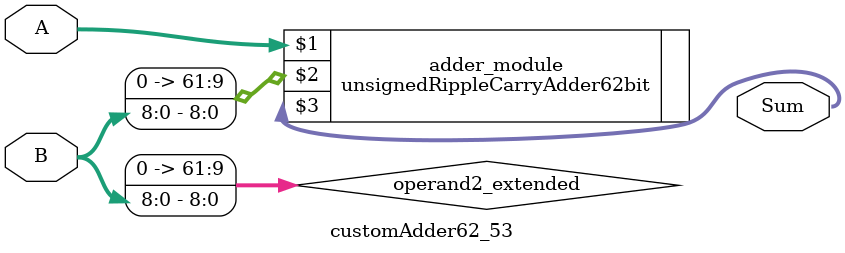
<source format=v>
module customAdder62_53(
                        input [61 : 0] A,
                        input [8 : 0] B,
                        
                        output [62 : 0] Sum
                );

        wire [61 : 0] operand2_extended;
        
        assign operand2_extended =  {53'b0, B};
        
        unsignedRippleCarryAdder62bit adder_module(
            A,
            operand2_extended,
            Sum
        );
        
        endmodule
        
</source>
